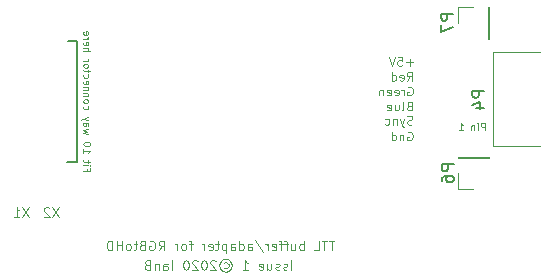
<source format=gbo>
G04 #@! TF.GenerationSoftware,KiCad,Pcbnew,(5.1.4)-1*
G04 #@! TF.CreationDate,2020-02-28T01:49:18+00:00*
G04 #@! TF.ProjectId,buffer,62756666-6572-42e6-9b69-6361645f7063,rev?*
G04 #@! TF.SameCoordinates,Original*
G04 #@! TF.FileFunction,Legend,Bot*
G04 #@! TF.FilePolarity,Positive*
%FSLAX46Y46*%
G04 Gerber Fmt 4.6, Leading zero omitted, Abs format (unit mm)*
G04 Created by KiCad (PCBNEW (5.1.4)-1) date 2020-02-28 01:49:18*
%MOMM*%
%LPD*%
G04 APERTURE LIST*
%ADD10C,0.100000*%
%ADD11C,0.120000*%
%ADD12C,0.150000*%
G04 APERTURE END LIST*
D10*
X70601051Y-39801568D02*
X70493908Y-39837282D01*
X70458194Y-39872997D01*
X70422480Y-39944425D01*
X70422480Y-40051568D01*
X70458194Y-40122997D01*
X70493908Y-40158711D01*
X70565337Y-40194425D01*
X70851051Y-40194425D01*
X70851051Y-39444425D01*
X70601051Y-39444425D01*
X70529622Y-39480140D01*
X70493908Y-39515854D01*
X70458194Y-39587282D01*
X70458194Y-39658711D01*
X70493908Y-39730140D01*
X70529622Y-39765854D01*
X70601051Y-39801568D01*
X70851051Y-39801568D01*
X69993908Y-40194425D02*
X70065337Y-40158711D01*
X70101051Y-40087282D01*
X70101051Y-39444425D01*
X69386765Y-39694425D02*
X69386765Y-40194425D01*
X69708194Y-39694425D02*
X69708194Y-40087282D01*
X69672480Y-40158711D01*
X69601051Y-40194425D01*
X69493908Y-40194425D01*
X69422480Y-40158711D01*
X69386765Y-40122997D01*
X68743908Y-40158711D02*
X68815337Y-40194425D01*
X68958194Y-40194425D01*
X69029622Y-40158711D01*
X69065337Y-40087282D01*
X69065337Y-39801568D01*
X69029622Y-39730140D01*
X68958194Y-39694425D01*
X68815337Y-39694425D01*
X68743908Y-39730140D01*
X68708194Y-39801568D01*
X68708194Y-39872997D01*
X69065337Y-39944425D01*
D11*
X40925219Y-48390864D02*
X40391885Y-49190864D01*
X40391885Y-48390864D02*
X40925219Y-49190864D01*
X40125219Y-48467055D02*
X40087123Y-48428960D01*
X40010933Y-48390864D01*
X39820457Y-48390864D01*
X39744266Y-48428960D01*
X39706171Y-48467055D01*
X39668076Y-48543245D01*
X39668076Y-48619436D01*
X39706171Y-48733721D01*
X40163314Y-49190864D01*
X39668076Y-49190864D01*
X38385219Y-48390864D02*
X37851885Y-49190864D01*
X37851885Y-48390864D02*
X38385219Y-49190864D01*
X37128076Y-49190864D02*
X37585219Y-49190864D01*
X37356647Y-49190864D02*
X37356647Y-48390864D01*
X37432838Y-48505150D01*
X37509028Y-48581340D01*
X37585219Y-48619436D01*
D10*
X76999514Y-41861388D02*
X76999514Y-41261388D01*
X76770942Y-41261388D01*
X76713800Y-41289960D01*
X76685228Y-41318531D01*
X76656657Y-41375674D01*
X76656657Y-41461388D01*
X76685228Y-41518531D01*
X76713800Y-41547102D01*
X76770942Y-41575674D01*
X76999514Y-41575674D01*
X76399514Y-41861388D02*
X76399514Y-41461388D01*
X76399514Y-41261388D02*
X76428085Y-41289960D01*
X76399514Y-41318531D01*
X76370942Y-41289960D01*
X76399514Y-41261388D01*
X76399514Y-41318531D01*
X76113800Y-41461388D02*
X76113800Y-41861388D01*
X76113800Y-41518531D02*
X76085228Y-41489960D01*
X76028085Y-41461388D01*
X75942371Y-41461388D01*
X75885228Y-41489960D01*
X75856657Y-41547102D01*
X75856657Y-41861388D01*
X74799514Y-41861388D02*
X75142371Y-41861388D01*
X74970942Y-41861388D02*
X74970942Y-41261388D01*
X75028085Y-41347102D01*
X75085228Y-41404245D01*
X75142371Y-41432817D01*
X43317657Y-45145245D02*
X43317657Y-45345245D01*
X43003371Y-45345245D02*
X43603371Y-45345245D01*
X43603371Y-45059531D01*
X43003371Y-44830960D02*
X43403371Y-44830960D01*
X43603371Y-44830960D02*
X43574800Y-44859531D01*
X43546228Y-44830960D01*
X43574800Y-44802388D01*
X43603371Y-44830960D01*
X43546228Y-44830960D01*
X43403371Y-44630960D02*
X43403371Y-44402388D01*
X43603371Y-44545245D02*
X43089085Y-44545245D01*
X43031942Y-44516674D01*
X43003371Y-44459531D01*
X43003371Y-44402388D01*
X43003371Y-43430960D02*
X43003371Y-43773817D01*
X43003371Y-43602388D02*
X43603371Y-43602388D01*
X43517657Y-43659531D01*
X43460514Y-43716674D01*
X43431942Y-43773817D01*
X43603371Y-43059531D02*
X43603371Y-43002388D01*
X43574800Y-42945245D01*
X43546228Y-42916674D01*
X43489085Y-42888102D01*
X43374800Y-42859531D01*
X43231942Y-42859531D01*
X43117657Y-42888102D01*
X43060514Y-42916674D01*
X43031942Y-42945245D01*
X43003371Y-43002388D01*
X43003371Y-43059531D01*
X43031942Y-43116674D01*
X43060514Y-43145245D01*
X43117657Y-43173817D01*
X43231942Y-43202388D01*
X43374800Y-43202388D01*
X43489085Y-43173817D01*
X43546228Y-43145245D01*
X43574800Y-43116674D01*
X43603371Y-43059531D01*
X43403371Y-42202388D02*
X43003371Y-42088102D01*
X43289085Y-41973817D01*
X43003371Y-41859531D01*
X43403371Y-41745245D01*
X43003371Y-41259531D02*
X43317657Y-41259531D01*
X43374800Y-41288102D01*
X43403371Y-41345245D01*
X43403371Y-41459531D01*
X43374800Y-41516674D01*
X43031942Y-41259531D02*
X43003371Y-41316674D01*
X43003371Y-41459531D01*
X43031942Y-41516674D01*
X43089085Y-41545245D01*
X43146228Y-41545245D01*
X43203371Y-41516674D01*
X43231942Y-41459531D01*
X43231942Y-41316674D01*
X43260514Y-41259531D01*
X43403371Y-41030960D02*
X43003371Y-40888102D01*
X43403371Y-40745245D02*
X43003371Y-40888102D01*
X42860514Y-40945245D01*
X42831942Y-40973817D01*
X42803371Y-41030960D01*
X43031942Y-39802388D02*
X43003371Y-39859531D01*
X43003371Y-39973817D01*
X43031942Y-40030960D01*
X43060514Y-40059531D01*
X43117657Y-40088102D01*
X43289085Y-40088102D01*
X43346228Y-40059531D01*
X43374800Y-40030960D01*
X43403371Y-39973817D01*
X43403371Y-39859531D01*
X43374800Y-39802388D01*
X43003371Y-39459531D02*
X43031942Y-39516674D01*
X43060514Y-39545245D01*
X43117657Y-39573817D01*
X43289085Y-39573817D01*
X43346228Y-39545245D01*
X43374800Y-39516674D01*
X43403371Y-39459531D01*
X43403371Y-39373817D01*
X43374800Y-39316674D01*
X43346228Y-39288102D01*
X43289085Y-39259531D01*
X43117657Y-39259531D01*
X43060514Y-39288102D01*
X43031942Y-39316674D01*
X43003371Y-39373817D01*
X43003371Y-39459531D01*
X43403371Y-39002388D02*
X43003371Y-39002388D01*
X43346228Y-39002388D02*
X43374800Y-38973817D01*
X43403371Y-38916674D01*
X43403371Y-38830960D01*
X43374800Y-38773817D01*
X43317657Y-38745245D01*
X43003371Y-38745245D01*
X43403371Y-38459531D02*
X43003371Y-38459531D01*
X43346228Y-38459531D02*
X43374800Y-38430960D01*
X43403371Y-38373817D01*
X43403371Y-38288102D01*
X43374800Y-38230960D01*
X43317657Y-38202388D01*
X43003371Y-38202388D01*
X43031942Y-37688102D02*
X43003371Y-37745245D01*
X43003371Y-37859531D01*
X43031942Y-37916674D01*
X43089085Y-37945245D01*
X43317657Y-37945245D01*
X43374800Y-37916674D01*
X43403371Y-37859531D01*
X43403371Y-37745245D01*
X43374800Y-37688102D01*
X43317657Y-37659531D01*
X43260514Y-37659531D01*
X43203371Y-37945245D01*
X43031942Y-37145245D02*
X43003371Y-37202388D01*
X43003371Y-37316674D01*
X43031942Y-37373817D01*
X43060514Y-37402388D01*
X43117657Y-37430960D01*
X43289085Y-37430960D01*
X43346228Y-37402388D01*
X43374800Y-37373817D01*
X43403371Y-37316674D01*
X43403371Y-37202388D01*
X43374800Y-37145245D01*
X43403371Y-36973817D02*
X43403371Y-36745245D01*
X43603371Y-36888102D02*
X43089085Y-36888102D01*
X43031942Y-36859531D01*
X43003371Y-36802388D01*
X43003371Y-36745245D01*
X43003371Y-36459531D02*
X43031942Y-36516674D01*
X43060514Y-36545245D01*
X43117657Y-36573817D01*
X43289085Y-36573817D01*
X43346228Y-36545245D01*
X43374800Y-36516674D01*
X43403371Y-36459531D01*
X43403371Y-36373817D01*
X43374800Y-36316674D01*
X43346228Y-36288102D01*
X43289085Y-36259531D01*
X43117657Y-36259531D01*
X43060514Y-36288102D01*
X43031942Y-36316674D01*
X43003371Y-36373817D01*
X43003371Y-36459531D01*
X43003371Y-36002388D02*
X43403371Y-36002388D01*
X43289085Y-36002388D02*
X43346228Y-35973817D01*
X43374800Y-35945245D01*
X43403371Y-35888102D01*
X43403371Y-35830960D01*
X43003371Y-35173817D02*
X43603371Y-35173817D01*
X43003371Y-34916674D02*
X43317657Y-34916674D01*
X43374800Y-34945245D01*
X43403371Y-35002388D01*
X43403371Y-35088102D01*
X43374800Y-35145245D01*
X43346228Y-35173817D01*
X43031942Y-34402388D02*
X43003371Y-34459531D01*
X43003371Y-34573817D01*
X43031942Y-34630960D01*
X43089085Y-34659531D01*
X43317657Y-34659531D01*
X43374800Y-34630960D01*
X43403371Y-34573817D01*
X43403371Y-34459531D01*
X43374800Y-34402388D01*
X43317657Y-34373817D01*
X43260514Y-34373817D01*
X43203371Y-34659531D01*
X43003371Y-34116674D02*
X43403371Y-34116674D01*
X43289085Y-34116674D02*
X43346228Y-34088102D01*
X43374800Y-34059531D01*
X43403371Y-34002388D01*
X43403371Y-33945245D01*
X43031942Y-33516674D02*
X43003371Y-33573817D01*
X43003371Y-33688102D01*
X43031942Y-33745245D01*
X43089085Y-33773817D01*
X43317657Y-33773817D01*
X43374800Y-33745245D01*
X43403371Y-33688102D01*
X43403371Y-33573817D01*
X43374800Y-33516674D01*
X43317657Y-33488102D01*
X43260514Y-33488102D01*
X43203371Y-33773817D01*
D12*
X42462000Y-34300160D02*
X41700000Y-34300160D01*
X42462000Y-44561760D02*
X42462000Y-34300160D01*
X41649200Y-44561760D02*
X42462000Y-44561760D01*
D11*
X64253990Y-51222964D02*
X63796847Y-51222964D01*
X64025419Y-52022964D02*
X64025419Y-51222964D01*
X63644466Y-51222964D02*
X63187323Y-51222964D01*
X63415895Y-52022964D02*
X63415895Y-51222964D01*
X62539704Y-52022964D02*
X62920657Y-52022964D01*
X62920657Y-51222964D01*
X61663514Y-52022964D02*
X61663514Y-51222964D01*
X61663514Y-51527726D02*
X61587323Y-51489631D01*
X61434942Y-51489631D01*
X61358752Y-51527726D01*
X61320657Y-51565821D01*
X61282561Y-51642012D01*
X61282561Y-51870583D01*
X61320657Y-51946774D01*
X61358752Y-51984869D01*
X61434942Y-52022964D01*
X61587323Y-52022964D01*
X61663514Y-51984869D01*
X60596847Y-51489631D02*
X60596847Y-52022964D01*
X60939704Y-51489631D02*
X60939704Y-51908679D01*
X60901609Y-51984869D01*
X60825419Y-52022964D01*
X60711133Y-52022964D01*
X60634942Y-51984869D01*
X60596847Y-51946774D01*
X60330180Y-51489631D02*
X60025419Y-51489631D01*
X60215895Y-52022964D02*
X60215895Y-51337250D01*
X60177800Y-51261060D01*
X60101609Y-51222964D01*
X60025419Y-51222964D01*
X59873038Y-51489631D02*
X59568276Y-51489631D01*
X59758752Y-52022964D02*
X59758752Y-51337250D01*
X59720657Y-51261060D01*
X59644466Y-51222964D01*
X59568276Y-51222964D01*
X58996847Y-51984869D02*
X59073038Y-52022964D01*
X59225419Y-52022964D01*
X59301609Y-51984869D01*
X59339704Y-51908679D01*
X59339704Y-51603917D01*
X59301609Y-51527726D01*
X59225419Y-51489631D01*
X59073038Y-51489631D01*
X58996847Y-51527726D01*
X58958752Y-51603917D01*
X58958752Y-51680107D01*
X59339704Y-51756298D01*
X58615895Y-52022964D02*
X58615895Y-51489631D01*
X58615895Y-51642012D02*
X58577800Y-51565821D01*
X58539704Y-51527726D01*
X58463514Y-51489631D01*
X58387323Y-51489631D01*
X57549228Y-51184869D02*
X58234942Y-52213440D01*
X56939704Y-52022964D02*
X56939704Y-51603917D01*
X56977800Y-51527726D01*
X57053990Y-51489631D01*
X57206371Y-51489631D01*
X57282561Y-51527726D01*
X56939704Y-51984869D02*
X57015895Y-52022964D01*
X57206371Y-52022964D01*
X57282561Y-51984869D01*
X57320657Y-51908679D01*
X57320657Y-51832488D01*
X57282561Y-51756298D01*
X57206371Y-51718202D01*
X57015895Y-51718202D01*
X56939704Y-51680107D01*
X56215895Y-52022964D02*
X56215895Y-51222964D01*
X56215895Y-51984869D02*
X56292085Y-52022964D01*
X56444466Y-52022964D01*
X56520657Y-51984869D01*
X56558752Y-51946774D01*
X56596847Y-51870583D01*
X56596847Y-51642012D01*
X56558752Y-51565821D01*
X56520657Y-51527726D01*
X56444466Y-51489631D01*
X56292085Y-51489631D01*
X56215895Y-51527726D01*
X55492085Y-52022964D02*
X55492085Y-51603917D01*
X55530180Y-51527726D01*
X55606371Y-51489631D01*
X55758752Y-51489631D01*
X55834942Y-51527726D01*
X55492085Y-51984869D02*
X55568276Y-52022964D01*
X55758752Y-52022964D01*
X55834942Y-51984869D01*
X55873038Y-51908679D01*
X55873038Y-51832488D01*
X55834942Y-51756298D01*
X55758752Y-51718202D01*
X55568276Y-51718202D01*
X55492085Y-51680107D01*
X55111133Y-51489631D02*
X55111133Y-52289631D01*
X55111133Y-51527726D02*
X55034942Y-51489631D01*
X54882561Y-51489631D01*
X54806371Y-51527726D01*
X54768276Y-51565821D01*
X54730180Y-51642012D01*
X54730180Y-51870583D01*
X54768276Y-51946774D01*
X54806371Y-51984869D01*
X54882561Y-52022964D01*
X55034942Y-52022964D01*
X55111133Y-51984869D01*
X54501609Y-51489631D02*
X54196847Y-51489631D01*
X54387323Y-51222964D02*
X54387323Y-51908679D01*
X54349228Y-51984869D01*
X54273038Y-52022964D01*
X54196847Y-52022964D01*
X53625419Y-51984869D02*
X53701609Y-52022964D01*
X53853990Y-52022964D01*
X53930180Y-51984869D01*
X53968276Y-51908679D01*
X53968276Y-51603917D01*
X53930180Y-51527726D01*
X53853990Y-51489631D01*
X53701609Y-51489631D01*
X53625419Y-51527726D01*
X53587323Y-51603917D01*
X53587323Y-51680107D01*
X53968276Y-51756298D01*
X53244466Y-52022964D02*
X53244466Y-51489631D01*
X53244466Y-51642012D02*
X53206371Y-51565821D01*
X53168276Y-51527726D01*
X53092085Y-51489631D01*
X53015895Y-51489631D01*
X52253990Y-51489631D02*
X51949228Y-51489631D01*
X52139704Y-52022964D02*
X52139704Y-51337250D01*
X52101609Y-51261060D01*
X52025419Y-51222964D01*
X51949228Y-51222964D01*
X51568276Y-52022964D02*
X51644466Y-51984869D01*
X51682561Y-51946774D01*
X51720657Y-51870583D01*
X51720657Y-51642012D01*
X51682561Y-51565821D01*
X51644466Y-51527726D01*
X51568276Y-51489631D01*
X51453990Y-51489631D01*
X51377800Y-51527726D01*
X51339704Y-51565821D01*
X51301609Y-51642012D01*
X51301609Y-51870583D01*
X51339704Y-51946774D01*
X51377800Y-51984869D01*
X51453990Y-52022964D01*
X51568276Y-52022964D01*
X50958752Y-52022964D02*
X50958752Y-51489631D01*
X50958752Y-51642012D02*
X50920657Y-51565821D01*
X50882561Y-51527726D01*
X50806371Y-51489631D01*
X50730180Y-51489631D01*
X49396847Y-52022964D02*
X49663514Y-51642012D01*
X49853990Y-52022964D02*
X49853990Y-51222964D01*
X49549228Y-51222964D01*
X49473038Y-51261060D01*
X49434942Y-51299155D01*
X49396847Y-51375345D01*
X49396847Y-51489631D01*
X49434942Y-51565821D01*
X49473038Y-51603917D01*
X49549228Y-51642012D01*
X49853990Y-51642012D01*
X48634942Y-51261060D02*
X48711133Y-51222964D01*
X48825419Y-51222964D01*
X48939704Y-51261060D01*
X49015895Y-51337250D01*
X49053990Y-51413440D01*
X49092085Y-51565821D01*
X49092085Y-51680107D01*
X49053990Y-51832488D01*
X49015895Y-51908679D01*
X48939704Y-51984869D01*
X48825419Y-52022964D01*
X48749228Y-52022964D01*
X48634942Y-51984869D01*
X48596847Y-51946774D01*
X48596847Y-51680107D01*
X48749228Y-51680107D01*
X47987323Y-51603917D02*
X47873038Y-51642012D01*
X47834942Y-51680107D01*
X47796847Y-51756298D01*
X47796847Y-51870583D01*
X47834942Y-51946774D01*
X47873038Y-51984869D01*
X47949228Y-52022964D01*
X48253990Y-52022964D01*
X48253990Y-51222964D01*
X47987323Y-51222964D01*
X47911133Y-51261060D01*
X47873038Y-51299155D01*
X47834942Y-51375345D01*
X47834942Y-51451536D01*
X47873038Y-51527726D01*
X47911133Y-51565821D01*
X47987323Y-51603917D01*
X48253990Y-51603917D01*
X47568276Y-51489631D02*
X47263514Y-51489631D01*
X47453990Y-51222964D02*
X47453990Y-51908679D01*
X47415895Y-51984869D01*
X47339704Y-52022964D01*
X47263514Y-52022964D01*
X46882561Y-52022964D02*
X46958752Y-51984869D01*
X46996847Y-51946774D01*
X47034942Y-51870583D01*
X47034942Y-51642012D01*
X46996847Y-51565821D01*
X46958752Y-51527726D01*
X46882561Y-51489631D01*
X46768276Y-51489631D01*
X46692085Y-51527726D01*
X46653990Y-51565821D01*
X46615895Y-51642012D01*
X46615895Y-51870583D01*
X46653990Y-51946774D01*
X46692085Y-51984869D01*
X46768276Y-52022964D01*
X46882561Y-52022964D01*
X46273038Y-52022964D02*
X46273038Y-51222964D01*
X46273038Y-51603917D02*
X45815895Y-51603917D01*
X45815895Y-52022964D02*
X45815895Y-51222964D01*
X45434942Y-52022964D02*
X45434942Y-51222964D01*
X45244466Y-51222964D01*
X45130180Y-51261060D01*
X45053990Y-51337250D01*
X45015895Y-51413440D01*
X44977800Y-51565821D01*
X44977800Y-51680107D01*
X45015895Y-51832488D01*
X45053990Y-51908679D01*
X45130180Y-51984869D01*
X45244466Y-52022964D01*
X45434942Y-52022964D01*
D10*
X70909085Y-36129191D02*
X70337657Y-36129191D01*
X70623371Y-36414905D02*
X70623371Y-35843477D01*
X69623371Y-35664905D02*
X69980514Y-35664905D01*
X70016228Y-36022048D01*
X69980514Y-35986334D01*
X69909085Y-35950620D01*
X69730514Y-35950620D01*
X69659085Y-35986334D01*
X69623371Y-36022048D01*
X69587657Y-36093477D01*
X69587657Y-36272048D01*
X69623371Y-36343477D01*
X69659085Y-36379191D01*
X69730514Y-36414905D01*
X69909085Y-36414905D01*
X69980514Y-36379191D01*
X70016228Y-36343477D01*
X69373371Y-35664905D02*
X69123371Y-36414905D01*
X68873371Y-35664905D01*
D11*
X60609528Y-53686664D02*
X60609528Y-52886664D01*
X60266671Y-53648569D02*
X60190480Y-53686664D01*
X60038100Y-53686664D01*
X59961909Y-53648569D01*
X59923814Y-53572379D01*
X59923814Y-53534283D01*
X59961909Y-53458093D01*
X60038100Y-53419998D01*
X60152385Y-53419998D01*
X60228576Y-53381902D01*
X60266671Y-53305712D01*
X60266671Y-53267617D01*
X60228576Y-53191426D01*
X60152385Y-53153331D01*
X60038100Y-53153331D01*
X59961909Y-53191426D01*
X59619052Y-53648569D02*
X59542861Y-53686664D01*
X59390480Y-53686664D01*
X59314290Y-53648569D01*
X59276195Y-53572379D01*
X59276195Y-53534283D01*
X59314290Y-53458093D01*
X59390480Y-53419998D01*
X59504766Y-53419998D01*
X59580957Y-53381902D01*
X59619052Y-53305712D01*
X59619052Y-53267617D01*
X59580957Y-53191426D01*
X59504766Y-53153331D01*
X59390480Y-53153331D01*
X59314290Y-53191426D01*
X58590480Y-53153331D02*
X58590480Y-53686664D01*
X58933338Y-53153331D02*
X58933338Y-53572379D01*
X58895242Y-53648569D01*
X58819052Y-53686664D01*
X58704766Y-53686664D01*
X58628576Y-53648569D01*
X58590480Y-53610474D01*
X57904766Y-53648569D02*
X57980957Y-53686664D01*
X58133338Y-53686664D01*
X58209528Y-53648569D01*
X58247623Y-53572379D01*
X58247623Y-53267617D01*
X58209528Y-53191426D01*
X58133338Y-53153331D01*
X57980957Y-53153331D01*
X57904766Y-53191426D01*
X57866671Y-53267617D01*
X57866671Y-53343807D01*
X58247623Y-53419998D01*
X56495242Y-53686664D02*
X56952385Y-53686664D01*
X56723814Y-53686664D02*
X56723814Y-52886664D01*
X56800004Y-53000950D01*
X56876195Y-53077140D01*
X56952385Y-53115236D01*
X54895242Y-53077140D02*
X54971433Y-53039045D01*
X55123814Y-53039045D01*
X55200004Y-53077140D01*
X55276195Y-53153331D01*
X55314290Y-53229521D01*
X55314290Y-53381902D01*
X55276195Y-53458093D01*
X55200004Y-53534283D01*
X55123814Y-53572379D01*
X54971433Y-53572379D01*
X54895242Y-53534283D01*
X55047623Y-52772379D02*
X55238100Y-52810474D01*
X55428576Y-52924760D01*
X55542861Y-53115236D01*
X55580957Y-53305712D01*
X55542861Y-53496188D01*
X55428576Y-53686664D01*
X55238100Y-53800950D01*
X55047623Y-53839045D01*
X54857147Y-53800950D01*
X54666671Y-53686664D01*
X54552385Y-53496188D01*
X54514290Y-53305712D01*
X54552385Y-53115236D01*
X54666671Y-52924760D01*
X54857147Y-52810474D01*
X55047623Y-52772379D01*
X54209528Y-52962855D02*
X54171433Y-52924760D01*
X54095242Y-52886664D01*
X53904766Y-52886664D01*
X53828576Y-52924760D01*
X53790480Y-52962855D01*
X53752385Y-53039045D01*
X53752385Y-53115236D01*
X53790480Y-53229521D01*
X54247623Y-53686664D01*
X53752385Y-53686664D01*
X53257147Y-52886664D02*
X53180957Y-52886664D01*
X53104766Y-52924760D01*
X53066671Y-52962855D01*
X53028576Y-53039045D01*
X52990480Y-53191426D01*
X52990480Y-53381902D01*
X53028576Y-53534283D01*
X53066671Y-53610474D01*
X53104766Y-53648569D01*
X53180957Y-53686664D01*
X53257147Y-53686664D01*
X53333338Y-53648569D01*
X53371433Y-53610474D01*
X53409528Y-53534283D01*
X53447623Y-53381902D01*
X53447623Y-53191426D01*
X53409528Y-53039045D01*
X53371433Y-52962855D01*
X53333338Y-52924760D01*
X53257147Y-52886664D01*
X52685719Y-52962855D02*
X52647623Y-52924760D01*
X52571433Y-52886664D01*
X52380957Y-52886664D01*
X52304766Y-52924760D01*
X52266671Y-52962855D01*
X52228576Y-53039045D01*
X52228576Y-53115236D01*
X52266671Y-53229521D01*
X52723814Y-53686664D01*
X52228576Y-53686664D01*
X51733338Y-52886664D02*
X51657147Y-52886664D01*
X51580957Y-52924760D01*
X51542861Y-52962855D01*
X51504766Y-53039045D01*
X51466671Y-53191426D01*
X51466671Y-53381902D01*
X51504766Y-53534283D01*
X51542861Y-53610474D01*
X51580957Y-53648569D01*
X51657147Y-53686664D01*
X51733338Y-53686664D01*
X51809528Y-53648569D01*
X51847623Y-53610474D01*
X51885719Y-53534283D01*
X51923814Y-53381902D01*
X51923814Y-53191426D01*
X51885719Y-53039045D01*
X51847623Y-52962855D01*
X51809528Y-52924760D01*
X51733338Y-52886664D01*
X50514290Y-53686664D02*
X50514290Y-52886664D01*
X49790480Y-53686664D02*
X49790480Y-53267617D01*
X49828576Y-53191426D01*
X49904766Y-53153331D01*
X50057147Y-53153331D01*
X50133338Y-53191426D01*
X49790480Y-53648569D02*
X49866671Y-53686664D01*
X50057147Y-53686664D01*
X50133338Y-53648569D01*
X50171433Y-53572379D01*
X50171433Y-53496188D01*
X50133338Y-53419998D01*
X50057147Y-53381902D01*
X49866671Y-53381902D01*
X49790480Y-53343807D01*
X49409528Y-53153331D02*
X49409528Y-53686664D01*
X49409528Y-53229521D02*
X49371433Y-53191426D01*
X49295242Y-53153331D01*
X49180957Y-53153331D01*
X49104766Y-53191426D01*
X49066671Y-53267617D01*
X49066671Y-53686664D01*
X48419052Y-53267617D02*
X48304766Y-53305712D01*
X48266671Y-53343807D01*
X48228576Y-53419998D01*
X48228576Y-53534283D01*
X48266671Y-53610474D01*
X48304766Y-53648569D01*
X48380957Y-53686664D01*
X48685719Y-53686664D01*
X48685719Y-52886664D01*
X48419052Y-52886664D01*
X48342861Y-52924760D01*
X48304766Y-52962855D01*
X48266671Y-53039045D01*
X48266671Y-53115236D01*
X48304766Y-53191426D01*
X48342861Y-53229521D01*
X48419052Y-53267617D01*
X48685719Y-53267617D01*
D10*
X70470122Y-42020140D02*
X70541551Y-41984425D01*
X70648694Y-41984425D01*
X70755837Y-42020140D01*
X70827265Y-42091568D01*
X70862980Y-42162997D01*
X70898694Y-42305854D01*
X70898694Y-42412997D01*
X70862980Y-42555854D01*
X70827265Y-42627282D01*
X70755837Y-42698711D01*
X70648694Y-42734425D01*
X70577265Y-42734425D01*
X70470122Y-42698711D01*
X70434408Y-42662997D01*
X70434408Y-42412997D01*
X70577265Y-42412997D01*
X70112980Y-42234425D02*
X70112980Y-42734425D01*
X70112980Y-42305854D02*
X70077265Y-42270140D01*
X70005837Y-42234425D01*
X69898694Y-42234425D01*
X69827265Y-42270140D01*
X69791551Y-42341568D01*
X69791551Y-42734425D01*
X69112980Y-42734425D02*
X69112980Y-41984425D01*
X69112980Y-42698711D02*
X69184408Y-42734425D01*
X69327265Y-42734425D01*
X69398694Y-42698711D01*
X69434408Y-42662997D01*
X69470122Y-42591568D01*
X69470122Y-42377282D01*
X69434408Y-42305854D01*
X69398694Y-42270140D01*
X69327265Y-42234425D01*
X69184408Y-42234425D01*
X69112980Y-42270140D01*
X70866754Y-41347431D02*
X70759611Y-41383145D01*
X70581040Y-41383145D01*
X70509611Y-41347431D01*
X70473897Y-41311717D01*
X70438182Y-41240288D01*
X70438182Y-41168860D01*
X70473897Y-41097431D01*
X70509611Y-41061717D01*
X70581040Y-41026002D01*
X70723897Y-40990288D01*
X70795325Y-40954574D01*
X70831040Y-40918860D01*
X70866754Y-40847431D01*
X70866754Y-40776002D01*
X70831040Y-40704574D01*
X70795325Y-40668860D01*
X70723897Y-40633145D01*
X70545325Y-40633145D01*
X70438182Y-40668860D01*
X70188182Y-40883145D02*
X70009611Y-41383145D01*
X69831040Y-40883145D02*
X70009611Y-41383145D01*
X70081040Y-41561717D01*
X70116754Y-41597431D01*
X70188182Y-41633145D01*
X69545325Y-40883145D02*
X69545325Y-41383145D01*
X69545325Y-40954574D02*
X69509611Y-40918860D01*
X69438182Y-40883145D01*
X69331040Y-40883145D01*
X69259611Y-40918860D01*
X69223897Y-40990288D01*
X69223897Y-41383145D01*
X68545325Y-41347431D02*
X68616754Y-41383145D01*
X68759611Y-41383145D01*
X68831040Y-41347431D01*
X68866754Y-41311717D01*
X68902468Y-41240288D01*
X68902468Y-41026002D01*
X68866754Y-40954574D01*
X68831040Y-40918860D01*
X68759611Y-40883145D01*
X68616754Y-40883145D01*
X68545325Y-40918860D01*
X70414011Y-37669665D02*
X70664011Y-37312522D01*
X70842582Y-37669665D02*
X70842582Y-36919665D01*
X70556868Y-36919665D01*
X70485440Y-36955380D01*
X70449725Y-36991094D01*
X70414011Y-37062522D01*
X70414011Y-37169665D01*
X70449725Y-37241094D01*
X70485440Y-37276808D01*
X70556868Y-37312522D01*
X70842582Y-37312522D01*
X69806868Y-37633951D02*
X69878297Y-37669665D01*
X70021154Y-37669665D01*
X70092582Y-37633951D01*
X70128297Y-37562522D01*
X70128297Y-37276808D01*
X70092582Y-37205380D01*
X70021154Y-37169665D01*
X69878297Y-37169665D01*
X69806868Y-37205380D01*
X69771154Y-37276808D01*
X69771154Y-37348237D01*
X70128297Y-37419665D01*
X69128297Y-37669665D02*
X69128297Y-36919665D01*
X69128297Y-37633951D02*
X69199725Y-37669665D01*
X69342582Y-37669665D01*
X69414011Y-37633951D01*
X69449725Y-37598237D01*
X69485440Y-37526808D01*
X69485440Y-37312522D01*
X69449725Y-37241094D01*
X69414011Y-37205380D01*
X69342582Y-37169665D01*
X69199725Y-37169665D01*
X69128297Y-37205380D01*
X70485137Y-38207600D02*
X70556565Y-38171885D01*
X70663708Y-38171885D01*
X70770851Y-38207600D01*
X70842280Y-38279028D01*
X70877994Y-38350457D01*
X70913708Y-38493314D01*
X70913708Y-38600457D01*
X70877994Y-38743314D01*
X70842280Y-38814742D01*
X70770851Y-38886171D01*
X70663708Y-38921885D01*
X70592280Y-38921885D01*
X70485137Y-38886171D01*
X70449422Y-38850457D01*
X70449422Y-38600457D01*
X70592280Y-38600457D01*
X70127994Y-38921885D02*
X70127994Y-38421885D01*
X70127994Y-38564742D02*
X70092280Y-38493314D01*
X70056565Y-38457600D01*
X69985137Y-38421885D01*
X69913708Y-38421885D01*
X69377994Y-38886171D02*
X69449422Y-38921885D01*
X69592280Y-38921885D01*
X69663708Y-38886171D01*
X69699422Y-38814742D01*
X69699422Y-38529028D01*
X69663708Y-38457600D01*
X69592280Y-38421885D01*
X69449422Y-38421885D01*
X69377994Y-38457600D01*
X69342280Y-38529028D01*
X69342280Y-38600457D01*
X69699422Y-38671885D01*
X68735137Y-38886171D02*
X68806565Y-38921885D01*
X68949422Y-38921885D01*
X69020851Y-38886171D01*
X69056565Y-38814742D01*
X69056565Y-38529028D01*
X69020851Y-38457600D01*
X68949422Y-38421885D01*
X68806565Y-38421885D01*
X68735137Y-38457600D01*
X68699422Y-38529028D01*
X68699422Y-38600457D01*
X69056565Y-38671885D01*
X68377994Y-38421885D02*
X68377994Y-38921885D01*
X68377994Y-38493314D02*
X68342280Y-38457600D01*
X68270851Y-38421885D01*
X68163708Y-38421885D01*
X68092280Y-38457600D01*
X68056565Y-38529028D01*
X68056565Y-38921885D01*
D11*
X74703180Y-44174100D02*
X77363180Y-44174100D01*
X74703180Y-44234100D02*
X74703180Y-44174100D01*
X77363180Y-44234100D02*
X77363180Y-44174100D01*
X74703180Y-44234100D02*
X77363180Y-44234100D01*
X74703180Y-45504100D02*
X74703180Y-46834100D01*
X74703180Y-46834100D02*
X76033180Y-46834100D01*
X77370800Y-31471560D02*
X77370800Y-34131560D01*
X77310800Y-31471560D02*
X77370800Y-31471560D01*
X77310800Y-34131560D02*
X77370800Y-34131560D01*
X77310800Y-31471560D02*
X77310800Y-34131560D01*
X76040800Y-31471560D02*
X74710800Y-31471560D01*
X74710800Y-31471560D02*
X74710800Y-32801560D01*
X81655200Y-43200960D02*
X77655200Y-43200960D01*
X77655200Y-43200960D02*
X77655200Y-35200960D01*
X77655200Y-35200960D02*
X81655200Y-35200960D01*
D12*
X74351960Y-44766004D02*
X73351960Y-44766004D01*
X73351960Y-45146957D01*
X73399580Y-45242195D01*
X73447199Y-45289814D01*
X73542437Y-45337433D01*
X73685294Y-45337433D01*
X73780532Y-45289814D01*
X73828151Y-45242195D01*
X73875770Y-45146957D01*
X73875770Y-44766004D01*
X73351960Y-46194576D02*
X73351960Y-46004100D01*
X73399580Y-45908861D01*
X73447199Y-45861242D01*
X73590056Y-45766004D01*
X73780532Y-45718385D01*
X74161484Y-45718385D01*
X74256722Y-45766004D01*
X74304341Y-45813623D01*
X74351960Y-45908861D01*
X74351960Y-46099338D01*
X74304341Y-46194576D01*
X74256722Y-46242195D01*
X74161484Y-46289814D01*
X73923389Y-46289814D01*
X73828151Y-46242195D01*
X73780532Y-46194576D01*
X73732913Y-46099338D01*
X73732913Y-45908861D01*
X73780532Y-45813623D01*
X73828151Y-45766004D01*
X73923389Y-45718385D01*
X74308780Y-32012664D02*
X73308780Y-32012664D01*
X73308780Y-32393617D01*
X73356400Y-32488855D01*
X73404019Y-32536474D01*
X73499257Y-32584093D01*
X73642114Y-32584093D01*
X73737352Y-32536474D01*
X73784971Y-32488855D01*
X73832590Y-32393617D01*
X73832590Y-32012664D01*
X73308780Y-32917426D02*
X73308780Y-33584093D01*
X74308780Y-33155521D01*
X76950380Y-38539064D02*
X75950380Y-38539064D01*
X75950380Y-38920017D01*
X75998000Y-39015255D01*
X76045619Y-39062874D01*
X76140857Y-39110493D01*
X76283714Y-39110493D01*
X76378952Y-39062874D01*
X76426571Y-39015255D01*
X76474190Y-38920017D01*
X76474190Y-38539064D01*
X76283714Y-39967636D02*
X76950380Y-39967636D01*
X75902761Y-39729540D02*
X76617047Y-39491445D01*
X76617047Y-40110493D01*
M02*

</source>
